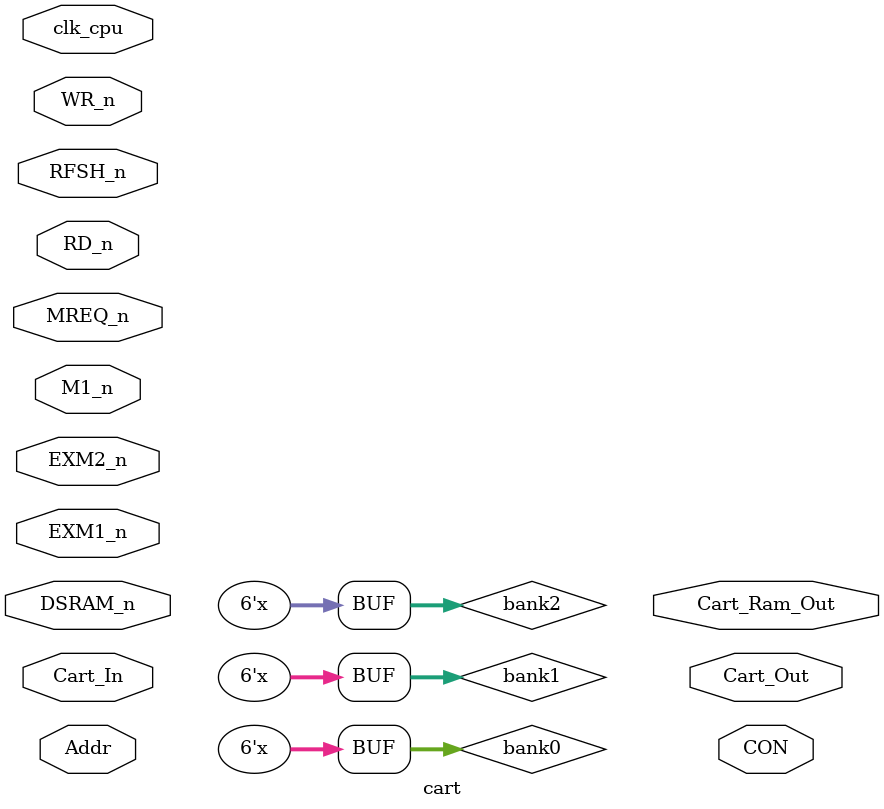
<source format=sv>
module cart(
input					clk_cpu,
	input 			DSRAM_n,
	input 			EXM1_n,
	input 			RD_n,
	input 			WR_n,
	input				RFSH_n,
	input				MREQ_n,
	output			CON,
	input 			EXM2_n,
	input 			M1_n,
	input   [14:0]	Addr,
	output	[7:0]	Cart_Out,
	output	[7:0]	Cart_Ram_Out,
	input 	[7:0]	Cart_In
);

wire [5:0]bank0;
wire [5:0]bank1;
wire [5:0]bank2;

always @(clk_cpu) begin
	if (~WR_n & Addr[14:2] == "1111111111111")
		case (Addr[1:0])
			2'b01 : bank0 = Cart_In[5:0];
			2'b10 : bank1 = Cart_In[5:0];
			2'b11 : bank2 = Cart_In[5:0];
			default : ;
		endcase;
end

endmodule 
</source>
